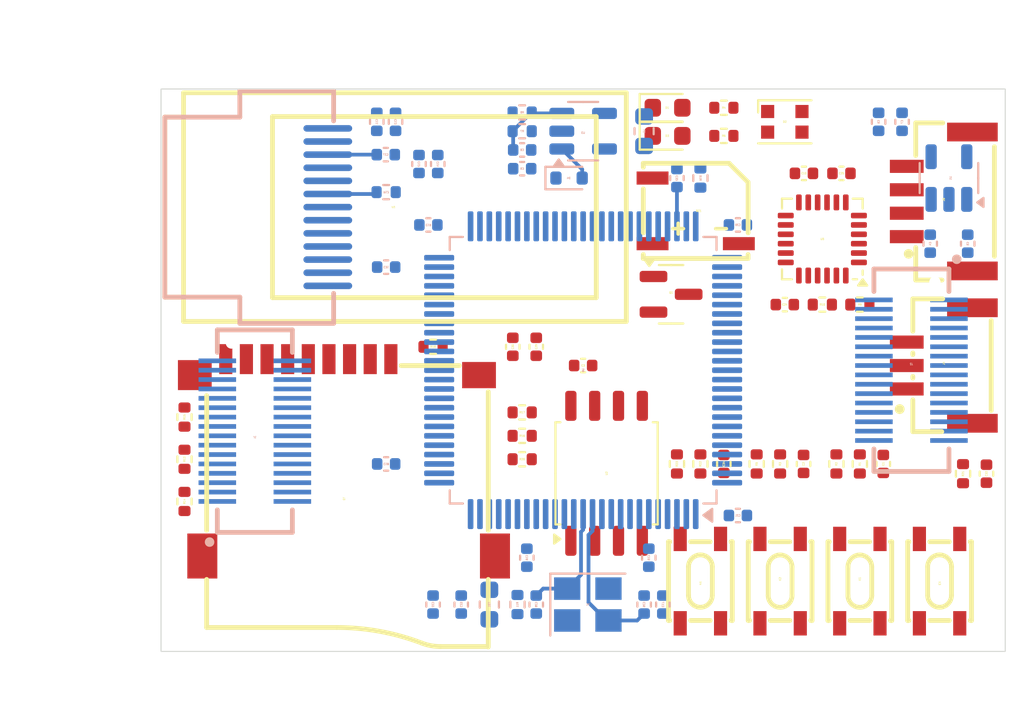
<source format=kicad_pcb>
(kicad_pcb (version 20240108) (generator "pcbnew") (generator_version "8.0")
  (layers (0 "F.Cu" signal) (1 "In1.Cu" power) (2 "In2.Cu" power) (31 "B.Cu" signal) (34 "B.Paste" user) (35 "F.Paste" user) (36 "B.SilkS" user "B.Silkscreen") (37 "F.SilkS" user "F.Silkscreen") (38 "B.Mask" user) (39 "F.Mask" user) (44 "Edge.Cuts" user))
  (net 0 "")
  (net 1 "GND")
  (net 2 "+3V3")
  (net 3 "VCC")
  (net 4 "Net-(BZ1--)")
  (net 5 "Net-(C1-Pad2)")
  (net 7 "Net-(C2-Pad2)")
  (net 8 "/VDDA")
  (net 9 "Net-(U3-FB)")
  (net 10 "VCC9V")
  (net 11 "Net-(U5-CPOUT)")
  (net 12 "Net-(U5-REGOUT)")
  (net 13 "Net-(U6-PH0)")
  (net 14 "Net-(U4-VCCOMH)")
  (net 15 "/NRST")
  (net 16 "Net-(C34-Pad2)")
  (net 17 "Net-(D1-A)")
  (net 19 "/LED")
  (net 20 "Net-(D3-A)")
  (net 21 "Net-(J3-CLK)")
  (net 22 "/PD3")
  (net 23 "/PD2")
  (net 24 "/BEEPER")
  (net 25 "/KEY1")
  (net 26 "/KEY2")
  (net 27 "/IMU_SDA")
  (net 28 "/IMU_SCK")
  (net 29 "Net-(U6-PH1)")
  (net 30 "/FLASH_~{CS}")
  (net 31 "/FLASH_CLK")
  (net 32 "/PA8")
  (net 33 "/PC3")
  (net 34 "/PC13")
  (net 35 "/PC8")
  (net 36 "/PA3")
  (net 37 "/PB1")
  (net 38 "/PC6")
  (net 39 "/PB5")
  (net 40 "/PB7")
  (net 41 "/PB9")
  (net 42 "/PC9")
  (net 43 "/PA10")
  (net 44 "/PA9")
  (net 45 "/PC1")
  (net 46 "/BOOT0")
  (net 47 "/PA12")
  (net 48 "/PC14")
  (net 49 "/PC15")
  (net 50 "/PC10")
  (net 51 "/PC5")
  (net 52 "/PA2")
  (net 53 "/PA15")
  (net 54 "/PB0")
  (net 55 "/PC11")
  (net 56 "/PC0")
  (net 57 "/PC7")
  (net 58 "/PA11")
  (net 59 "/PC12")
  (net 60 "/PB4")
  (net 61 "/PB3")
  (net 62 "/PC2")
  (net 63 "/PB6")
  (net 64 "/PB8")
  (net 65 "/PC4")
  (net 66 "/FLASH_MISO")
  (net 67 "/FLASH_MOSI")
  (net 68 "Net-(U6-VCAP_1)")
  (net 69 "Net-(U6-VCAP_2)")
  (net 70 "Net-(D4-A)")
  (net 71 "Net-(U6-VREF+)")
  (net 72 "Net-(U4-IREF)")
  (net 73 "/OLED_SCL")
  (net 74 "/OLED_CS")
  (net 75 "/OLED_DC")
  (net 76 "/OLED_SDA")
  (net 77 "/OLED_RES")
  (net 82 "/PD10")
  (net 83 "/PE15")
  (net 84 "/PE14")
  (net 85 "/PD9")
  (net 86 "/PD7")
  (net 87 "/PD5")
  (net 88 "/PE13")
  (net 89 "/PD11")
  (net 90 "/PE11")
  (net 91 "/PD0")
  (net 92 "/PA13")
  (net 93 "/PE2")
  (net 94 "/PE3")
  (net 95 "/PE7")
  (net 96 "/PE9")
  (net 97 "/PD14")
  (net 98 "/PE1")
  (net 99 "/PE12")
  (net 100 "/PE5")
  (net 101 "/PA14")
  (net 102 "/PD4")
  (net 103 "/PE10")
  (net 104 "/PD6")
  (net 105 "/PD15")
  (net 106 "/PD1")
  (net 107 "/PE8")
  (net 108 "/PD13")
  (net 109 "/PE0")
  (net 110 "/PD12")
  (net 111 "/PE4")
  (footprint "Resistor_SMD:R_0402_1005Metric" (layer "F.Cu") (at 161.35 95.635 180)
    (property "Reference" "R9")
    (property "Value" "4.7K")
  )
  (footprint "proj_footprints:SW-SMD_4P-L4.2-W3.3-P2.15-LS5.1" (layer "F.Cu") (at 157.1 110.385 90)
    (property "Reference" "K2")
    (property "Value" "~" (hide yes))
  )
  (footprint "Resistor_SMD:R_0402_1005Metric" (layer "F.Cu") (at 125.35 103.885 90)
    (property "Reference" "R13")
    (property "Value" "47K")
  )
  (footprint "LED_SMD:LED_WS2812B-2020_PLCC4_2.0x2.0mm" (layer "F.Cu") (at 157.35 85.885)
    (property "Reference" "D2")
    (property "Value" "WS2812B")
  )
  (footprint "Capacitor_SMD:C_0402_1005Metric" (layer "F.Cu") (at 162.6 104.135 -90)
    (property "Reference" "C1")
    (property "Value" "100nF")
  )
  (footprint "Resistor_SMD:R_0402_1005Metric" (layer "F.Cu") (at 157.1 104.135 90)
    (property "Reference" "R3")
    (property "Value" "10K")
  )
  (footprint "proj_footprints:TF-SMD_TF-15-15" (layer "F.Cu") (at 133.9 103.7945 -90)
    (property "Reference" "J3")
    (property "Value" "Micro_SD_Card_Det1")
  )
  (footprint "Capacitor_SMD:C_0402_1005Metric" (layer "F.Cu") (at 168.1 104.655 90)
    (property "Reference" "C33")
    (property "Value" "100nF")
  )
  (footprint "Resistor_SMD:R_0402_1005Metric" (layer "F.Cu") (at 161.35 104.135 90)
    (property "Reference" "R1")
    (property "Value" "10K")
  )
  (footprint "Capacitor_SMD:C_0402_1005Metric" (layer "F.Cu") (at 160.37 88.635 180)
    (property "Reference" "C25")
    (property "Value" "100nF")
  )
  (footprint "Capacitor_SMD:C_0402_1005Metric" (layer "F.Cu") (at 142.85 97.885 90)
    (property "Reference" "C30")
    (property "Value" "100nF")
  )
  (footprint "Resistor_SMD:R_0402_1005Metric" (layer "F.Cu") (at 154.1 85.135 180)
    (property "Reference" "R4")
    (property "Value" "2K")
  )
  (footprint "proj_footprints:BUZ-SMD_L5.0-W5.5-P4.60" (layer "F.Cu") (at 152.6 90.635)
    (property "Reference" "BZ1")
    (property "Value" "Buzzer" (hide yes))
  )
  (footprint "Resistor_SMD:R_0402_1005Metric" (layer "F.Cu") (at 143.35 102.635)
    (property "Reference" "R16")
    (property "Value" "47K")
  )
  (footprint "Resistor_SMD:R_0402_1005Metric" (layer "F.Cu") (at 152.85 104.135 -90)
    (property "Reference" "R22")
    (property "Value" "10K")
  )
  (footprint "Resistor_SMD:R_0402_1005Metric" (layer "F.Cu") (at 138.6 97.885 180)
    (property "Reference" "R18")
    (property "Value" "47K")
  )
  (footprint "Resistor_SMD:R_0402_1005Metric" (layer "F.Cu") (at 151.6 104.135 -90)
    (property "Reference" "R23")
    (property "Value" "10K")
  )
  (footprint "proj_footprints:SW-SMD_4P-L4.2-W3.3-P2.15-LS5.1" (layer "F.Cu") (at 161.35 110.385 90)
    (property "Reference" "K1")
    (property "Value" "~" (hide yes))
  )
  (footprint "proj_footprints:oled_0.78_ssd1317" (layer "F.Cu") (at 132.989 90.435 180)
    (property "Reference" "U4")
    (property "Value" "~" (hide yes))
  )
  (footprint "Resistor_SMD:R_0402_1005Metric" (layer "F.Cu") (at 160.1 104.135 90)
    (property "Reference" "R2")
    (property "Value" "10K")
  )
  (footprint "Resistor_SMD:R_0402_1005Metric" (layer "F.Cu") (at 155.85 104.135 90)
    (property "Reference" "R5")
    (property "Value" "10K")
  )
  (footprint "Capacitor_SMD:C_0402_1005Metric" (layer "F.Cu") (at 146.6 98.885 180)
    (property "Reference" "C3")
    (property "Value" "100nF")
  )
  (footprint "proj_footprints:CONN-SMD_3P-P1.25_JUSHUO_GH125-S03DCA-00" (layer "F.Cu") (at 165.6 98.885 90)
    (property "Reference" "J4")
    (property "Value" "Conn_01x03_Socket" (hide yes))
  )
  (footprint "proj_footprints:CONN-SMD_4P-P1.27_GH125-S04DCA-00" (layer "F.Cu") (at 165.6 90.135 90)
    (property "Reference" "J5")
    (property "Value" "SWD")
  )
  (footprint "LED_SMD:LED_0603_1608Metric" (layer "F.Cu") (at 151.1 86.635)
    (property "Reference" "D3")
    (property "Value" "White")
  )
  (footprint "Resistor_SMD:R_0402_1005Metric" (layer "F.Cu") (at 154.1 86.635 180)
    (property "Reference" "R6")
    (property "Value" "510R")
  )
  (footprint "Capacitor_SMD:C_0402_1005Metric" (layer "F.Cu") (at 144.1 97.885 -90)
    (property "Reference" "C29")
    (property "Value" "10uF")
  )
  (footprint "Resistor_SMD:R_0402_1005Metric" (layer "F.Cu") (at 166.85 104.655 -90)
    (property "Reference" "R21")
    (property "Value" "10K")
  )
  (footprint "Resistor_SMD:R_0402_1005Metric" (layer "F.Cu") (at 143.35 101.385)
    (property "Reference" "R17")
    (property "Value" "47K")
  )
  (footprint "Resistor_SMD:R_0402_1005Metric" (layer "F.Cu") (at 143.35 103.885 180)
    (property "Reference" "R20")
    (property "Value" "22")
  )
  (footprint "Capacitor_SMD:C_0402_1005Metric" (layer "F.Cu") (at 158.37 88.635 180)
    (property "Reference" "C10")
    (property "Value" "100nF")
  )
  (footprint "proj_footprints:SW-SMD_4P-L4.2-W3.3-P2.15-LS5.1" (layer "F.Cu") (at 152.85 110.385 -90)
    (property "Reference" "K4")
    (property "Value" "~" (hide yes))
  )
  (footprint "Capacitor_SMD:C_0402_1005Metric" (layer "F.Cu") (at 157.35 95.635)
    (property "Reference" "C24")
    (property "Value" "2.2nF")
  )
  (footprint "Package_SO:SOIC-8_5.23x5.23mm_P1.27mm" (layer "F.Cu") (at 147.85 104.635 90)
    (property "Reference" "U2")
    (property "Value" "W25Q128JVS")
  )
  (footprint "Sensor_Motion:InvenSense_QFN-24_4x4mm_P0.5mm" (layer "F.Cu") (at 159.35 92.135 180)
    (property "Reference" "U5")
    (property "Value" "MPU-6050")
  )
  (footprint "Resistor_SMD:R_0402_1005Metric" (layer "F.Cu") (at 159.35 95.635)
    (property "Reference" "R10")
    (property "Value" "4.7K")
  )
  (footprint "Resistor_SMD:R_0402_1005Metric" (layer "F.Cu") (at 125.35 101.635 90)
    (property "Reference" "R15")
    (property "Value" "47K")
  )
  (footprint "Capacitor_SMD:C_0402_1005Metric" (layer "F.Cu") (at 158.35 104.135 -90)
    (property "Reference" "C2")
    (property "Value" "100nF")
  )
  (footprint "proj_footprints:SW-SMD_4P-L4.2-W3.3-P2.15-LS5.1" (layer "F.Cu") (at 165.6 110.385 -90)
    (property "Reference" "K3")
    (property "Value" "~" (hide yes))
  )
  (footprint "LED_SMD:LED_0603_1608Metric" (layer "F.Cu") (at 151.1 85.135)
    (property "Reference" "D1")
    (property "Value" "Green")
  )
  (footprint "Capacitor_SMD:C_0402_1005Metric" (layer "F.Cu") (at 154.1 104.135 -90)
    (property "Reference" "C34")
    (property "Value" "100nF")
  )
  (footprint "Resistor_SMD:R_0402_1005Metric" (layer "F.Cu") (at 125.35 106.135 90)
    (property "Reference" "R14")
    (property "Value" "47K")
  )
  (footprint "Package_TO_SOT_SMD:SOT-23" (layer "F.Cu") (at 151.2875 95.085)
    (property "Reference" "Q1")
    (property "Value" "AO3400A")
  )
  (footprint "Capacitor_SMD:C_0402_1005Metric" (layer "B.Cu") (at 144.1 111.635 -90)
    (property "Reference" "C28")
    (property "Value" "20pF")
  )
  (footprint "Capacitor_SMD:C_0402_1005Metric" (layer "B.Cu") (at 136.08 87.635 180)
    (property "Reference" "C27")
    (property "Value" "2.2uF")
  )
  (footprint "Capacitor_SMD:C_0402_1005Metric" (layer "B.Cu") (at 143.35 88.385)
    (property "Reference" "C9")
    (property "Value" "0.1uF/25V")
  )
  (footprint "Capacitor_SMD:C_0402_1005Metric" (layer "B.Cu") (at 165.1 92.385 -90)
    (property "Reference" "C4")
    (property "Value" "0.1uF")
  )
  (footprint "Package_TO_SOT_SMD:SOT-23-5" (layer "B.Cu") (at 146.6 86.385)
    (property "Reference" "U3")
    (property "Value" "TPS61040DBV")
  )
  (footprint "proj_footprints:M_32PIN" (layer "B.Cu") (at 129.1 102.385)
    (property "Reference" "J1")
    (property "Value" "~")
  )
  (footprint "Package_QFP:LQFP-100_14x14mm_P0.5mm" (layer "B.Cu") (at 146.6 99.135 90)
    (property "Reference" "U6")
    (property "Value" "STM32F407VETx")
  )
  (footprint "Capacitor_SMD:C_0402_1005Metric" (layer "B.Cu") (at 135.6 85.885 -90)
    (property "Reference" "C11")
    (property "Value" "0.1uF")
  )
  (footprint "Capacitor_SMD:C_0402_1005Metric" (layer "B.Cu") (at 138.6 111.635 -90)
    (property "Reference" "C22")
    (property "Value" "1uF")
  )
  (footprint "Capacitor_SMD:C_0402_1005Metric" (layer "B.Cu") (at 143.35 87.385)
    (property "Reference" "C8")
    (property "Value" "220pF")
  )
  (footprint "Capacitor_SMD:C_0402_1005Metric" (layer "B.Cu") (at 138.85 88.135 -90)
    (property "Reference" "C14")
    (property "Value" "4.7uF")
  )
  (footprint "Capacitor_SMD:C_0402_1005Metric" (layer "B.Cu") (at 149.85 111.635 -90)
    (property "Reference" "C26")
    (property "Value" "20pF")
  )
  (footprint "Inductor_SMD:L_0603_1608Metric" (layer "B.Cu") (at 141.6 111.635 90)
    (property "Reference" "FB1")
    (property "Value" "600Ω@100MHz")
  )
  (footprint "Capacitor_SMD:C_0402_1005Metric" (layer "B.Cu") (at 162.35 85.885 -90)
    (property "Reference" "C6")
    (property "Value" "0.1uF")
  )
  (footprint "Resistor_SMD:R_0402_1005Metric" (layer "B.Cu") (at 136.1 89.635)
    (property "Reference" "R12")
    (property "Value" "560K")
  )
  (footprint "Capacitor_SMD:C_0402_1005Metric" (layer "B.Cu") (at 136.1 93.635)
    (property "Reference" "C31")
    (property "Value" "2.2uF")
  )
  (footprint "Capacitor_SMD:C_0402_1005Metric" (layer "B.Cu") (at 163.6 85.885 -90)
    (property "Reference" "C7")
    (property "Value" "10uF")
  )
  (footprint "Capacitor_SMD:C_0402_1005Metric" (layer "B.Cu") (at 143.6 109.135 90)
    (property "Reference" "C16")
    (property "Value" "100nF")
  )
  (footprint "Capacitor_SMD:C_0402_1005Metric" (layer "B.Cu") (at 154.85 106.885 180)
    (property "Reference" "C21")
    (property "Value" "100nF")
  )
  (footprint "Package_TO_SOT_SMD:SOT-23-5" (layer "B.Cu") (at 166.1 88.885 90)
    (property "Reference" "U1")
    (property "Value" "RT9013")
  )
  (footprint "Capacitor_SMD:C_0402_1005Metric" (layer "B.Cu") (at 151.6 88.885 -90)
    (property "Reference" "C32")
    (property "Value" "2.2uF")
  )
  (footprint "Capacitor_SMD:C_0402_1005Metric" (layer "B.Cu") (at 137.85 88.135 -90)
    (property "Reference" "C12")
    (property "Value" "0.1uF")
  )
  (footprint "Capacitor_SMD:C_0402_1005Metric" (layer "B.Cu") (at 136.6 85.885 -90)
    (property "Reference" "C13")
    (property "Value" "4.7uF")
  )
  (footprint "Capacitor_SMD:C_0402_1005Metric" (layer "B.Cu") (at 150.1 109.135 90)
    (property "Reference" "C15")
    (property "Value" "100nF")
  )
  (footprint "Capacitor_SMD:C_0402_1005Metric" (layer "B.Cu") (at 140.1 111.635 90)
    (property "Reference" "C23")
    (property "Value" "100nF")
  )
  (footprint "Capacitor_SMD:C_0402_1005Metric" (layer "B.Cu") (at 154.85 91.385 180)
    (property "Reference" "C20")
    (property "Value" "100nF")
  )
  (footprint "Diode_SMD:D_SOD-523" (layer "B.Cu") (at 145.85 88.885)
    (property "Reference" "D4")
    (property "Value" "1N4148W")
  )
  (footprint "Resistor_SMD:R_0402_1005Metric" (layer "B.Cu") (at 152.85 88.885 90)
    (property "Reference" "R19")
    (property "Value" "10K")
  )
  (footprint "proj_footprints:M_32PIN" (layer "B.Cu") (at 164.1 99.135 180)
    (property "Reference" "J2")
    (property "Value" "~")
  )
  (footprint "Capacitor_SMD:C_0402_1005Metric" (layer "B.Cu") (at 150.85 111.635 90)
    (property "Reference" "C17")
    (property "Value" "100nF")
  )
  (footprint "Resistor_SMD:R_0402_1005Metric" (layer "B.Cu") (at 143.35 85.385 180)
    (property "Reference" "R8")
    (property "Value" "13.3K")
  )
  (footprint "Resistor_SMD:R_0402_1005Metric" (layer "B.Cu") (at 143.35 86.385 180)
    (property "Reference" "R7")
    (property "Value" "93.1K")
  )
  (footprint "Inductor_SMD:L_0603_1608Metric" (layer "B.Cu") (at 149.85 86.385 -90)
    (property "Reference" "L1")
    (property "Value" "10uh")
  )
  (footprint "Capacitor_SMD:C_0402_1005Metric" (layer "B.Cu") (at 136.1 104.135)
    (property "Reference" "C18")
    (property "Value" "100nF")
  )
  (footprint "Resistor_SMD:R_0402_1005Metric" (layer "B.Cu") (at 143.1 111.635 -90)
    (property "Reference" "R11")
    (property "Value" "47")
  )
  (footprint "Crystal:Crystal_SMD_3225-4Pin_3.2x2.5mm" (layer "B.Cu") (at 146.85 111.635)
    (property "Reference" "Y1")
    (property "Value" "8MHz")
  )
  (footprint "Capacitor_SMD:C_0402_1005Metric" (layer "B.Cu") (at 138.35 91.385)
    (property "Reference" "C19")
    (property "Value" "100nF")
  )
  (footprint "Capacitor_SMD:C_0402_1005Metric" (layer "B.Cu") (at 167.1 92.385 -90)
    (property "Reference" "C5")
    (property "Value" "10uF")
  )
  (gr_rect (start 124.1 84.135) (end 169.1 114.135) (stroke (width 0.05)) (fill none) (layer "Edge.Cuts"))
  (segment (start 143.86 85.385) (end 143.84 85.385) (width 0.2) (layer "B.Cu") (net 9))
  (segment (start 143.84 85.385) (end 142.84 86.385) (width 0.2) (layer "B.Cu") (net 9))
  (segment (start 142.87 86.415) (end 142.84 86.385) (width 0.2) (layer "B.Cu") (net 9))
  (segment (start 142.87 87.385) (end 142.87 86.415) (width 0.2) (layer "B.Cu") (net 9))
  (segment (start 143.91 85.435) (end 143.86 85.385) (width 0.2) (layer "B.Cu") (net 9))
  (segment (start 145.4625 85.435) (end 143.91 85.435) (width 0.2) (layer "B.Cu") (net 9))
  (segment (start 147.1 106.81) (end 147.1 107.708096) (width 0.2) (layer "B.Cu") (net 13))
  (segment (start 149.48 112.485) (end 149.85 112.115) (width 0.2) (layer "B.Cu") (net 13))
  (segment (start 146.886548 107.921548) (end 146.886548 111.521548) (width 0.2) (layer "B.Cu") (net 13))
  (segment (start 147.95 112.485) (end 149.48 112.485) (width 0.2) (layer "B.Cu") (net 13))
  (segment (start 147.85 112.485) (end 147.95 112.485) (width 0.2) (layer "B.Cu") (net 13))
  (segment (start 146.886548 111.521548) (end 147.85 112.485) (width 0.2) (layer "B.Cu") (net 13))
  (segment (start 147.1 107.708096) (end 146.886548 107.921548) (width 0.2) (layer "B.Cu") (net 13))
  (segment (start 132.989 87.635) (end 135.6 87.635) (width 0.2) (layer "B.Cu") (net 14))
  (segment (start 144.47 110.785) (end 144.1 111.155) (width 0.2) (layer "B.Cu") (net 29))
  (segment (start 145.75 110.785) (end 146.486548 110.048452) (width 0.2) (layer "B.Cu") (net 29))
  (segment (start 146.486548 107.755863) (end 146.6 107.64241) (width 0.2) (layer "B.Cu") (net 29))
  (segment (start 145.75 110.785) (end 144.47 110.785) (width 0.2) (layer "B.Cu") (net 29))
  (segment (start 146.6 107.64241) (end 146.6 106.81) (width 0.2) (layer "B.Cu") (net 29))
  (segment (start 146.486548 110.048452) (end 146.486548 107.755863) (width 0.2) (layer "B.Cu") (net 29))
  (segment (start 151.6 89.365) (end 151.6 91.46) (width 0.2) (layer "B.Cu") (net 69))
  (segment (start 145.4625 87.335) (end 146.55 88.4225) (width 0.2) (layer "B.Cu") (net 70))
  (segment (start 146.55 88.4225) (end 146.55 88.885) (width 0.2) (layer "B.Cu") (net 70))
  (segment (start 135.49 89.735) (end 135.59 89.635) (width 0.2) (layer "B.Cu") (net 72))
  (segment (start 132.989 89.735) (end 135.49 89.735) (width 0.2) (layer "B.Cu") (net 72))
)
</source>
